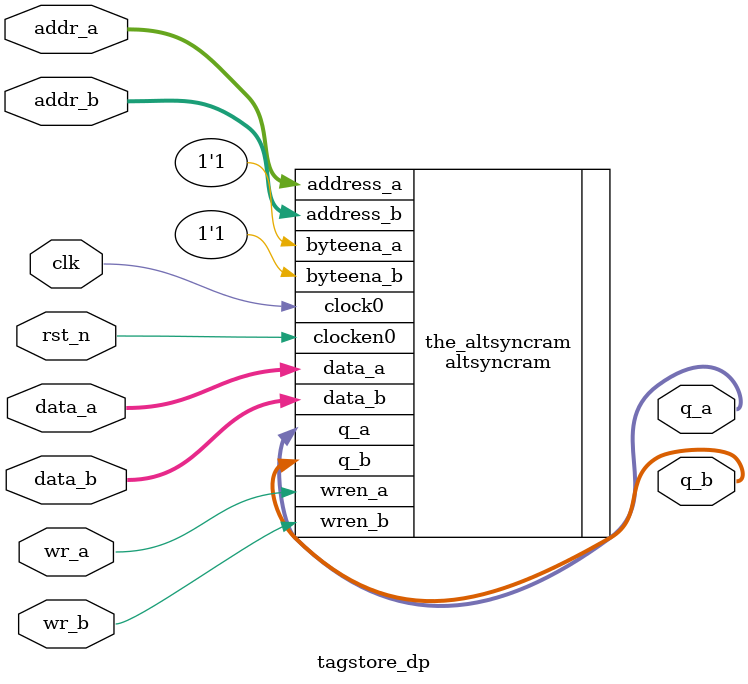
<source format=v>
module tagstore_dp(
  addr_a,
  addr_b,
  data_a,
  data_b,
  wr_a,
  wr_b,
  clk,
  rst_n,
  q_a,
  q_b
);

parameter addr_width = 0;
parameter data_width = 0;

input  wire [addr_width - 1:0] addr_a;
input  wire [addr_width - 1:0] addr_b;
input  wire [data_width - 1:0] data_a;
input  wire [data_width - 1:0] data_b;
input  wire                    wr_a;
input  wire                    wr_b;
input  wire                    clk;
input  wire                    rst_n;

output wire [data_width - 1:0] q_a;
output wire [data_width - 1:0] q_b;

altsyncram
  #(
    .byte_size(data_width),
    .widthad_a(addr_width),
    .width_a(data_width),
    .width_byteena_a(1),
    .lpm_type("altsyncram"),
    .operation_mode("BIDIR_DUAL_PORT"),
    .outdata_reg_a("UNREGISTERED"),
    .ram_block_type("AUTO"),
    .read_during_write_mode_mixed_ports("DONT_CARE")
  )
  the_altsyncram (
    .address_a (addr_a),
    .address_b (addr_b),
    .data_a (data_a),
    .data_b (data_b),
    .byteena_a (1'b1),
    .byteena_b (1'b1),
    .q_a (q_a),
    .q_b (q_b),
    .wren_a (wr_a),
    .wren_b (wr_b),
    .clock0 (clk),
    .clocken0 (rst_n)
);

endmodule

</source>
